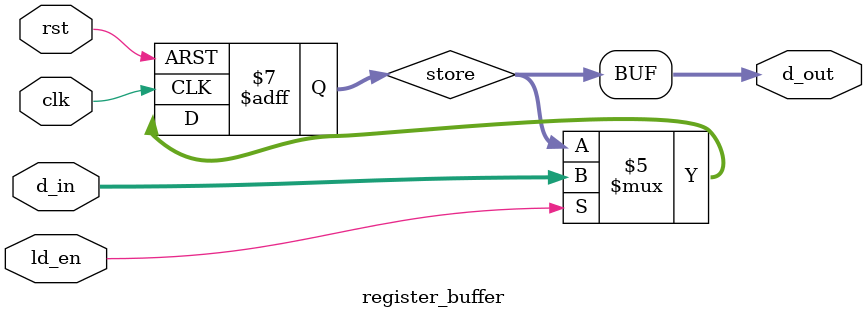
<source format=sv>

module register_buffer(clk,rst,d_in,ld_en,d_out);
parameter WIDTH = 64;
input clk,rst,ld_en;
input [WIDTH-1:0] d_in;
output logic [WIDTH-1:0] d_out;

logic [WIDTH-1 :0] store;
assign d_out=store;
always @(posedge clk or posedge rst) begin
	if(rst==1) begin
		store ='b0; // rst as the WIDTH
	end
	else begin
		if(ld_en==1'b1) begin //we have new word , load the new one 
		store=d_in;
		end
	end
end
endmodule 

</source>
